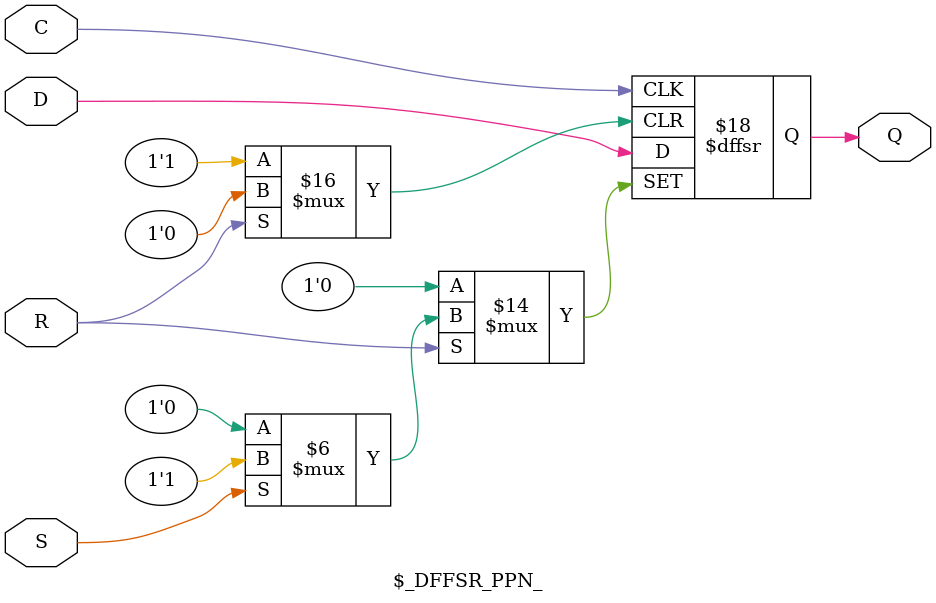
<source format=v>

module \$_DFFSR_PPN_ (C, S, R, D, Q);
input C, S, R, D;
output reg Q;
always @(posedge C, posedge S, negedge R) begin
	if (R == 0)
		Q <= 0;
	else if (S == 1)
		Q <= 1;
	else
		Q <= D;
end
endmodule

</source>
